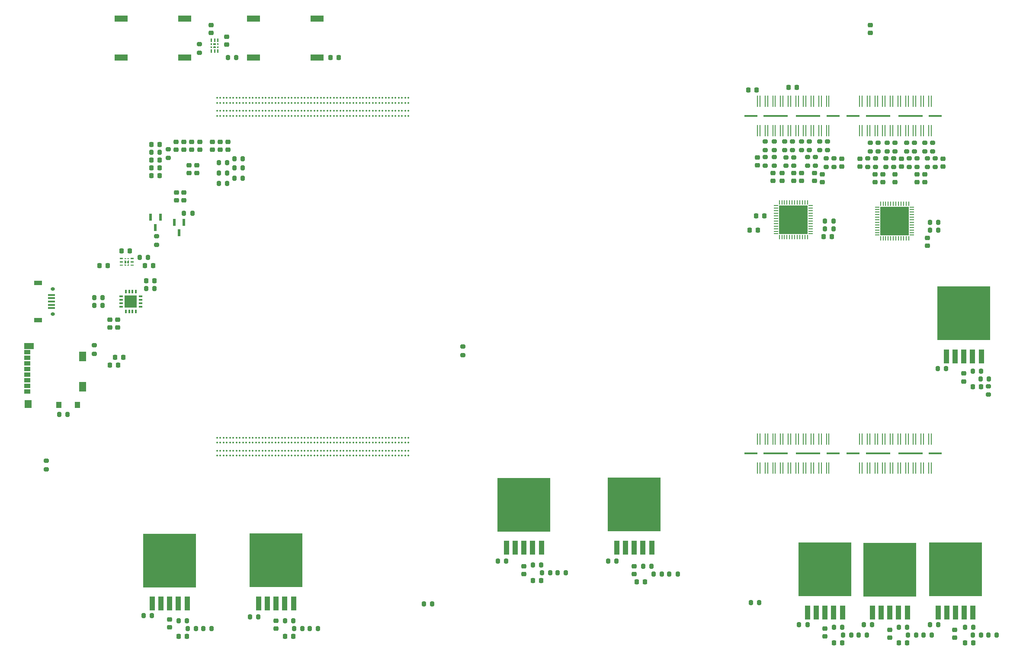
<source format=gtp>
%TF.GenerationSoftware,KiCad,Pcbnew,8.0.5*%
%TF.CreationDate,2025-04-11T15:09:43-05:00*%
%TF.ProjectId,PSEC5_Ctrl_Board,50534543-355f-4437-9472-6c5f426f6172,rev?*%
%TF.SameCoordinates,Original*%
%TF.FileFunction,Paste,Top*%
%TF.FilePolarity,Positive*%
%FSLAX46Y46*%
G04 Gerber Fmt 4.6, Leading zero omitted, Abs format (unit mm)*
G04 Created by KiCad (PCBNEW 8.0.5) date 2025-04-11 15:09:43*
%MOMM*%
%LPD*%
G01*
G04 APERTURE LIST*
G04 Aperture macros list*
%AMRoundRect*
0 Rectangle with rounded corners*
0 $1 Rounding radius*
0 $2 $3 $4 $5 $6 $7 $8 $9 X,Y pos of 4 corners*
0 Add a 4 corners polygon primitive as box body*
4,1,4,$2,$3,$4,$5,$6,$7,$8,$9,$2,$3,0*
0 Add four circle primitives for the rounded corners*
1,1,$1+$1,$2,$3*
1,1,$1+$1,$4,$5*
1,1,$1+$1,$6,$7*
1,1,$1+$1,$8,$9*
0 Add four rect primitives between the rounded corners*
20,1,$1+$1,$2,$3,$4,$5,0*
20,1,$1+$1,$4,$5,$6,$7,0*
20,1,$1+$1,$6,$7,$8,$9,0*
20,1,$1+$1,$8,$9,$2,$3,0*%
G04 Aperture macros list end*
%ADD10C,0.000000*%
%ADD11RoundRect,0.200000X0.275000X-0.200000X0.275000X0.200000X-0.275000X0.200000X-0.275000X-0.200000X0*%
%ADD12RoundRect,0.200000X-0.275000X0.200000X-0.275000X-0.200000X0.275000X-0.200000X0.275000X0.200000X0*%
%ADD13RoundRect,0.225000X-0.225000X-0.250000X0.225000X-0.250000X0.225000X0.250000X-0.225000X0.250000X0*%
%ADD14R,2.500000X1.200000*%
%ADD15RoundRect,0.200000X0.200000X0.275000X-0.200000X0.275000X-0.200000X-0.275000X0.200000X-0.275000X0*%
%ADD16RoundRect,0.225000X-0.250000X0.225000X-0.250000X-0.225000X0.250000X-0.225000X0.250000X0.225000X0*%
%ADD17RoundRect,0.200000X-0.200000X-0.275000X0.200000X-0.275000X0.200000X0.275000X-0.200000X0.275000X0*%
%ADD18RoundRect,0.225000X0.250000X-0.225000X0.250000X0.225000X-0.250000X0.225000X-0.250000X-0.225000X0*%
%ADD19R,1.143000X0.812800*%
%ADD20R,1.041400X1.244600*%
%ADD21R,1.397000X1.600200*%
%ADD22R,1.854200X1.219200*%
%ADD23R,1.397000X1.955800*%
%ADD24RoundRect,0.225000X0.225000X0.250000X-0.225000X0.250000X-0.225000X-0.250000X0.225000X-0.250000X0*%
%ADD25R,1.016000X2.692400*%
%ADD26R,10.414000X10.464800*%
%ADD27R,0.812800X0.254000*%
%ADD28R,0.254000X0.812800*%
%ADD29R,5.638800X5.638800*%
%ADD30R,0.304800X0.762000*%
%ADD31R,0.762000X0.304800*%
%ADD32R,2.489200X2.489200*%
%ADD33C,0.356000*%
%ADD34R,1.346200X0.406400*%
%ADD35O,0.850000X0.650000*%
%ADD36R,1.498600X0.812800*%
%ADD37R,0.558800X1.320800*%
%ADD38R,0.280000X2.270000*%
%ADD39R,2.540000X0.430000*%
%ADD40R,4.700000X0.430000*%
G04 APERTURE END LIST*
D10*
%TO.C,ADC2*%
G36*
X214796700Y-79258300D02*
G01*
X213587000Y-79258300D01*
X213587000Y-78048600D01*
X214796700Y-78048600D01*
X214796700Y-79258300D01*
G37*
G36*
X214796700Y-80668000D02*
G01*
X213587000Y-80668000D01*
X213587000Y-79458300D01*
X214796700Y-79458300D01*
X214796700Y-80668000D01*
G37*
G36*
X214796700Y-82077700D02*
G01*
X213587000Y-82077700D01*
X213587000Y-80868000D01*
X214796700Y-80868000D01*
X214796700Y-82077700D01*
G37*
G36*
X214796700Y-83487400D02*
G01*
X213587000Y-83487400D01*
X213587000Y-82277700D01*
X214796700Y-82277700D01*
X214796700Y-83487400D01*
G37*
G36*
X216206400Y-79258300D02*
G01*
X214996700Y-79258300D01*
X214996700Y-78048600D01*
X216206400Y-78048600D01*
X216206400Y-79258300D01*
G37*
G36*
X216206400Y-80668000D02*
G01*
X214996700Y-80668000D01*
X214996700Y-79458300D01*
X216206400Y-79458300D01*
X216206400Y-80668000D01*
G37*
G36*
X216206400Y-82077700D02*
G01*
X214996700Y-82077700D01*
X214996700Y-80868000D01*
X216206400Y-80868000D01*
X216206400Y-82077700D01*
G37*
G36*
X216206400Y-83487400D02*
G01*
X214996700Y-83487400D01*
X214996700Y-82277700D01*
X216206400Y-82277700D01*
X216206400Y-83487400D01*
G37*
G36*
X217616100Y-79258300D02*
G01*
X216406400Y-79258300D01*
X216406400Y-78048600D01*
X217616100Y-78048600D01*
X217616100Y-79258300D01*
G37*
G36*
X217616100Y-80668000D02*
G01*
X216406400Y-80668000D01*
X216406400Y-79458300D01*
X217616100Y-79458300D01*
X217616100Y-80668000D01*
G37*
G36*
X217616100Y-82077700D02*
G01*
X216406400Y-82077700D01*
X216406400Y-80868000D01*
X217616100Y-80868000D01*
X217616100Y-82077700D01*
G37*
G36*
X217616100Y-83487400D02*
G01*
X216406400Y-83487400D01*
X216406400Y-82277700D01*
X217616100Y-82277700D01*
X217616100Y-83487400D01*
G37*
G36*
X219025800Y-79258300D02*
G01*
X217816100Y-79258300D01*
X217816100Y-78048600D01*
X219025800Y-78048600D01*
X219025800Y-79258300D01*
G37*
G36*
X219025800Y-80668000D02*
G01*
X217816100Y-80668000D01*
X217816100Y-79458300D01*
X219025800Y-79458300D01*
X219025800Y-80668000D01*
G37*
G36*
X219025800Y-82077700D02*
G01*
X217816100Y-82077700D01*
X217816100Y-80868000D01*
X219025800Y-80868000D01*
X219025800Y-82077700D01*
G37*
G36*
X219025800Y-83487400D02*
G01*
X217816100Y-83487400D01*
X217816100Y-82277700D01*
X219025800Y-82277700D01*
X219025800Y-83487400D01*
G37*
%TO.C,U12*%
G36*
X102486999Y-45977000D02*
G01*
X102236999Y-45977000D01*
X102236999Y-45326999D01*
X102486999Y-45326999D01*
X102486999Y-45977000D01*
G37*
G36*
X102486999Y-48077001D02*
G01*
X102236999Y-48077001D01*
X102236999Y-47427000D01*
X102486999Y-47427000D01*
X102486999Y-48077001D01*
G37*
G36*
X103137000Y-45977000D02*
G01*
X102886998Y-45977000D01*
X102886998Y-45326999D01*
X103137000Y-45326999D01*
X103137000Y-45977000D01*
G37*
G36*
X103137000Y-48077001D02*
G01*
X102886998Y-48077001D01*
X102886998Y-47427000D01*
X103137000Y-47427000D01*
X103137000Y-48077001D01*
G37*
G36*
X103786999Y-45977000D02*
G01*
X103536999Y-45977000D01*
X103536999Y-45326999D01*
X103786999Y-45326999D01*
X103786999Y-45977000D01*
G37*
G36*
X103786999Y-48077001D02*
G01*
X103536999Y-48077001D01*
X103536999Y-47427000D01*
X103786999Y-47427000D01*
X103786999Y-48077001D01*
G37*
G36*
X102518299Y-46460579D02*
G01*
X102376878Y-46602000D01*
X102286829Y-46602000D01*
X102286829Y-46268930D01*
X102518299Y-46268930D01*
X102518299Y-46460579D01*
G37*
G36*
X102518299Y-46943421D02*
G01*
X102518299Y-47135070D01*
X102286829Y-47135070D01*
X102286829Y-46802000D01*
X102376878Y-46802000D01*
X102518299Y-46943421D01*
G37*
G36*
X103737169Y-46602000D02*
G01*
X103647120Y-46602000D01*
X103505699Y-46460579D01*
X103505699Y-46268930D01*
X103737169Y-46268930D01*
X103737169Y-46602000D01*
G37*
G36*
X103737169Y-47135070D02*
G01*
X103505699Y-47135070D01*
X103505699Y-46943421D01*
X103647120Y-46802000D01*
X103737169Y-46802000D01*
X103737169Y-47135070D01*
G37*
G36*
X103305699Y-46460579D02*
G01*
X103164278Y-46602000D01*
X102859720Y-46602000D01*
X102718299Y-46460579D01*
X102718299Y-46268930D01*
X103305699Y-46268930D01*
X103305699Y-46460579D01*
G37*
G36*
X103305699Y-46943421D02*
G01*
X103305699Y-47135070D01*
X102718299Y-47135070D01*
X102718299Y-46943421D01*
X102859720Y-46802000D01*
X103164278Y-46802000D01*
X103305699Y-46943421D01*
G37*
%TO.C,U11*%
G36*
X85093000Y-88487001D02*
G01*
X84442999Y-88487001D01*
X84442999Y-88237001D01*
X85093000Y-88237001D01*
X85093000Y-88487001D01*
G37*
G36*
X85093000Y-89137002D02*
G01*
X84442999Y-89137002D01*
X84442999Y-88887000D01*
X85093000Y-88887000D01*
X85093000Y-89137002D01*
G37*
G36*
X85093000Y-89787001D02*
G01*
X84442999Y-89787001D01*
X84442999Y-89537001D01*
X85093000Y-89537001D01*
X85093000Y-89787001D01*
G37*
G36*
X87193001Y-88487001D02*
G01*
X86543000Y-88487001D01*
X86543000Y-88237001D01*
X87193001Y-88237001D01*
X87193001Y-88487001D01*
G37*
G36*
X87193001Y-89137002D02*
G01*
X86543000Y-89137002D01*
X86543000Y-88887000D01*
X87193001Y-88887000D01*
X87193001Y-89137002D01*
G37*
G36*
X87193001Y-89787001D02*
G01*
X86543000Y-89787001D01*
X86543000Y-89537001D01*
X87193001Y-89537001D01*
X87193001Y-89787001D01*
G37*
G36*
X85718000Y-88376880D02*
G01*
X85576579Y-88518301D01*
X85384930Y-88518301D01*
X85384930Y-88286831D01*
X85718000Y-88286831D01*
X85718000Y-88376880D01*
G37*
G36*
X85718000Y-89647122D02*
G01*
X85718000Y-89737171D01*
X85384930Y-89737171D01*
X85384930Y-89505701D01*
X85576579Y-89505701D01*
X85718000Y-89647122D01*
G37*
G36*
X86251070Y-88518301D02*
G01*
X86059421Y-88518301D01*
X85918000Y-88376880D01*
X85918000Y-88286831D01*
X86251070Y-88286831D01*
X86251070Y-88518301D01*
G37*
G36*
X86251070Y-89737171D02*
G01*
X85918000Y-89737171D01*
X85918000Y-89647122D01*
X86059421Y-89505701D01*
X86251070Y-89505701D01*
X86251070Y-89737171D01*
G37*
G36*
X85718000Y-88859722D02*
G01*
X85718000Y-89164280D01*
X85576579Y-89305701D01*
X85384930Y-89305701D01*
X85384930Y-88718301D01*
X85576579Y-88718301D01*
X85718000Y-88859722D01*
G37*
G36*
X86251070Y-89305701D02*
G01*
X86059421Y-89305701D01*
X85918000Y-89164280D01*
X85918000Y-88859722D01*
X86059421Y-88718301D01*
X86251070Y-88718301D01*
X86251070Y-89305701D01*
G37*
%TO.C,ADC1*%
G36*
X234608700Y-79516300D02*
G01*
X233399000Y-79516300D01*
X233399000Y-78306600D01*
X234608700Y-78306600D01*
X234608700Y-79516300D01*
G37*
G36*
X234608700Y-80926000D02*
G01*
X233399000Y-80926000D01*
X233399000Y-79716300D01*
X234608700Y-79716300D01*
X234608700Y-80926000D01*
G37*
G36*
X234608700Y-82335700D02*
G01*
X233399000Y-82335700D01*
X233399000Y-81126000D01*
X234608700Y-81126000D01*
X234608700Y-82335700D01*
G37*
G36*
X234608700Y-83745400D02*
G01*
X233399000Y-83745400D01*
X233399000Y-82535700D01*
X234608700Y-82535700D01*
X234608700Y-83745400D01*
G37*
G36*
X236018400Y-79516300D02*
G01*
X234808700Y-79516300D01*
X234808700Y-78306600D01*
X236018400Y-78306600D01*
X236018400Y-79516300D01*
G37*
G36*
X236018400Y-80926000D02*
G01*
X234808700Y-80926000D01*
X234808700Y-79716300D01*
X236018400Y-79716300D01*
X236018400Y-80926000D01*
G37*
G36*
X236018400Y-82335700D02*
G01*
X234808700Y-82335700D01*
X234808700Y-81126000D01*
X236018400Y-81126000D01*
X236018400Y-82335700D01*
G37*
G36*
X236018400Y-83745400D02*
G01*
X234808700Y-83745400D01*
X234808700Y-82535700D01*
X236018400Y-82535700D01*
X236018400Y-83745400D01*
G37*
G36*
X237428100Y-79516300D02*
G01*
X236218400Y-79516300D01*
X236218400Y-78306600D01*
X237428100Y-78306600D01*
X237428100Y-79516300D01*
G37*
G36*
X237428100Y-80926000D02*
G01*
X236218400Y-80926000D01*
X236218400Y-79716300D01*
X237428100Y-79716300D01*
X237428100Y-80926000D01*
G37*
G36*
X237428100Y-82335700D02*
G01*
X236218400Y-82335700D01*
X236218400Y-81126000D01*
X237428100Y-81126000D01*
X237428100Y-82335700D01*
G37*
G36*
X237428100Y-83745400D02*
G01*
X236218400Y-83745400D01*
X236218400Y-82535700D01*
X237428100Y-82535700D01*
X237428100Y-83745400D01*
G37*
G36*
X238837800Y-79516300D02*
G01*
X237628100Y-79516300D01*
X237628100Y-78306600D01*
X238837800Y-78306600D01*
X238837800Y-79516300D01*
G37*
G36*
X238837800Y-80926000D02*
G01*
X237628100Y-80926000D01*
X237628100Y-79716300D01*
X238837800Y-79716300D01*
X238837800Y-80926000D01*
G37*
G36*
X238837800Y-82335700D02*
G01*
X237628100Y-82335700D01*
X237628100Y-81126000D01*
X238837800Y-81126000D01*
X238837800Y-82335700D01*
G37*
G36*
X238837800Y-83745400D02*
G01*
X237628100Y-83745400D01*
X237628100Y-82535700D01*
X238837800Y-82535700D01*
X238837800Y-83745400D01*
G37*
%TD*%
D11*
%TO.C,R68*%
X70104000Y-129603000D03*
X70104000Y-127953000D03*
%TD*%
D12*
%TO.C,R62*%
X219075000Y-68517000D03*
X219075000Y-70167000D03*
%TD*%
D13*
%TO.C,C5*%
X83553000Y-107696000D03*
X85103000Y-107696000D03*
%TD*%
D14*
%TO.C,SW2*%
X123090000Y-41402000D03*
X110590000Y-41402000D03*
X123090000Y-49022000D03*
X110590000Y-49022000D03*
%TD*%
D15*
%TO.C,R18*%
X244665000Y-81280000D03*
X243015000Y-81280000D03*
%TD*%
D13*
%TO.C,C27*%
X116827000Y-162306000D03*
X118377000Y-162306000D03*
%TD*%
D15*
%TO.C,R83*%
X74231000Y-118872000D03*
X72581000Y-118872000D03*
%TD*%
D16*
%TO.C,C7*%
X214122000Y-71615000D03*
X214122000Y-73165000D03*
%TD*%
D13*
%TO.C,C18*%
X165341000Y-151384000D03*
X166891000Y-151384000D03*
%TD*%
D12*
%TO.C,R72*%
X210820000Y-65469000D03*
X210820000Y-67119000D03*
%TD*%
D17*
%TO.C,R26*%
X106871000Y-70612000D03*
X108521000Y-70612000D03*
%TD*%
D18*
%TO.C,C61*%
X97028000Y-76975000D03*
X97028000Y-75425000D03*
%TD*%
D19*
%TO.C,J6*%
X66360500Y-114357000D03*
X66360500Y-113257000D03*
X66360500Y-112156999D03*
X66360500Y-111056999D03*
X66360500Y-109956999D03*
X66360500Y-108856998D03*
X66360500Y-107757001D03*
X66360500Y-106657000D03*
D20*
X72510500Y-116992001D03*
X76210500Y-116992001D03*
D21*
X66485501Y-116817000D03*
D22*
X66710499Y-105497000D03*
D23*
X77185500Y-107522010D03*
X77185500Y-113492011D03*
%TD*%
D13*
%TO.C,C22*%
X224269000Y-163576000D03*
X225819000Y-163576000D03*
%TD*%
D16*
%TO.C,C66*%
X84074000Y-100330000D03*
X84074000Y-101880000D03*
%TD*%
D24*
%TO.C,C4*%
X187211000Y-151638000D03*
X185661000Y-151638000D03*
%TD*%
D12*
%TO.C,R53*%
X214630000Y-65469000D03*
X214630000Y-67119000D03*
%TD*%
D17*
%TO.C,R76*%
X97028000Y-79502000D03*
X98678000Y-79502000D03*
%TD*%
%TO.C,R28*%
X106871000Y-68834000D03*
X108521000Y-68834000D03*
%TD*%
D13*
%TO.C,C20*%
X236969000Y-163576000D03*
X238519000Y-163576000D03*
%TD*%
D12*
%TO.C,R15*%
X242062000Y-65723000D03*
X242062000Y-67373000D03*
%TD*%
D17*
%TO.C,R42*%
X249873000Y-160528000D03*
X251523000Y-160528000D03*
%TD*%
D12*
%TO.C,R98*%
X212598000Y-68517000D03*
X212598000Y-70167000D03*
%TD*%
%TO.C,R25*%
X236220000Y-65723000D03*
X236220000Y-67373000D03*
%TD*%
D16*
%TO.C,C74*%
X229362000Y-68821000D03*
X229362000Y-70371000D03*
%TD*%
%TO.C,C12*%
X247904000Y-161023000D03*
X247904000Y-162573000D03*
%TD*%
D14*
%TO.C,SW1*%
X97182000Y-41402000D03*
X84682000Y-41402000D03*
X97182000Y-49022000D03*
X84682000Y-49022000D03*
%TD*%
D24*
%TO.C,C109*%
X209309000Y-82804000D03*
X207759000Y-82804000D03*
%TD*%
D25*
%TO.C,LDO4*%
X111658400Y-155854400D03*
X113360200Y-155854400D03*
X115062000Y-155854400D03*
X116763800Y-155854400D03*
X118465600Y-155854400D03*
D26*
X115062000Y-147421600D03*
%TD*%
D12*
%TO.C,R51*%
X217932000Y-65469000D03*
X217932000Y-67119000D03*
%TD*%
D17*
%TO.C,R14*%
X100775000Y-160782000D03*
X102425000Y-160782000D03*
%TD*%
D24*
%TO.C,C46*%
X92228000Y-72136000D03*
X90678000Y-72136000D03*
%TD*%
D18*
%TO.C,C21*%
X105664000Y-67082000D03*
X105664000Y-65532000D03*
%TD*%
D17*
%TO.C,R29*%
X207963000Y-155702000D03*
X209613000Y-155702000D03*
%TD*%
D16*
%TO.C,C3*%
X249682000Y-110870700D03*
X249682000Y-112420700D03*
%TD*%
D27*
%TO.C,ADC2*%
X212902800Y-78018000D03*
X212902800Y-78517999D03*
X212902800Y-79018001D03*
X212902800Y-79518000D03*
X212902800Y-80017999D03*
X212902800Y-80518000D03*
X212902800Y-81018000D03*
X212902800Y-81518001D03*
X212902800Y-82018000D03*
X212902800Y-82517999D03*
X212902800Y-83018001D03*
X212902800Y-83518000D03*
D28*
X213556400Y-84171600D03*
X214056399Y-84171600D03*
X214556401Y-84171600D03*
X215056400Y-84171600D03*
X215556399Y-84171600D03*
X216056400Y-84171600D03*
X216556400Y-84171600D03*
X217056401Y-84171600D03*
X217556400Y-84171600D03*
X218056399Y-84171600D03*
X218556401Y-84171600D03*
X219056400Y-84171600D03*
D27*
X219710000Y-83518000D03*
X219710000Y-83018001D03*
X219710000Y-82517999D03*
X219710000Y-82018000D03*
X219710000Y-81518001D03*
X219710000Y-81018000D03*
X219710000Y-80518000D03*
X219710000Y-80017999D03*
X219710000Y-79518000D03*
X219710000Y-79018001D03*
X219710000Y-78517999D03*
X219710000Y-78018000D03*
D28*
X219056400Y-77364400D03*
X218556401Y-77364400D03*
X218056399Y-77364400D03*
X217556400Y-77364400D03*
X217056401Y-77364400D03*
X216556400Y-77364400D03*
X216056400Y-77364400D03*
X215556399Y-77364400D03*
X215056400Y-77364400D03*
X214556401Y-77364400D03*
X214056399Y-77364400D03*
X213556400Y-77364400D03*
D29*
X216306400Y-80768000D03*
%TD*%
D17*
%TO.C,R38*%
X230061000Y-160020000D03*
X231711000Y-160020000D03*
%TD*%
D18*
%TO.C,C52*%
X100089000Y-67082000D03*
X100089000Y-65532000D03*
%TD*%
D12*
%TO.C,R96*%
X222758000Y-68771000D03*
X222758000Y-70421000D03*
%TD*%
D16*
%TO.C,C15*%
X94234000Y-158991000D03*
X94234000Y-160541000D03*
%TD*%
D13*
%TO.C,R86*%
X215379000Y-54864000D03*
X216929000Y-54864000D03*
%TD*%
D12*
%TO.C,R80*%
X242570000Y-68771000D03*
X242570000Y-70421000D03*
%TD*%
%TO.C,R54*%
X212598000Y-65469000D03*
X212598000Y-67119000D03*
%TD*%
D16*
%TO.C,C111*%
X242570000Y-84315000D03*
X242570000Y-85865000D03*
%TD*%
D17*
%TO.C,R101*%
X252921000Y-111899700D03*
X254571000Y-111899700D03*
%TD*%
%TO.C,R13*%
X95949000Y-159258000D03*
X97599000Y-159258000D03*
%TD*%
D12*
%TO.C,R46*%
X232918000Y-65723000D03*
X232918000Y-67373000D03*
%TD*%
D24*
%TO.C,C96*%
X84087000Y-109220000D03*
X82537000Y-109220000D03*
%TD*%
D17*
%TO.C,R12*%
X89091000Y-158242000D03*
X90741000Y-158242000D03*
%TD*%
D16*
%TO.C,C77*%
X233807000Y-71869000D03*
X233807000Y-73419000D03*
%TD*%
D17*
%TO.C,R103*%
X118555000Y-160782000D03*
X120205000Y-160782000D03*
%TD*%
D12*
%TO.C,R90*%
X239014000Y-68771000D03*
X239014000Y-70421000D03*
%TD*%
D30*
%TO.C,U9*%
X87588999Y-94856300D03*
X86939001Y-94856300D03*
X86288999Y-94856300D03*
X85639001Y-94856300D03*
D31*
X84696300Y-95799001D03*
X84696300Y-96448999D03*
X84696300Y-97099001D03*
X84696300Y-97748999D03*
D30*
X85639001Y-98691700D03*
X86288999Y-98691700D03*
X86939001Y-98691700D03*
X87588999Y-98691700D03*
D31*
X88531700Y-97748999D03*
X88531700Y-97099001D03*
X88531700Y-96448999D03*
X88531700Y-95799001D03*
D32*
X86614000Y-96774000D03*
%TD*%
D13*
%TO.C,C26*%
X95999000Y-162306000D03*
X97549000Y-162306000D03*
%TD*%
D17*
%TO.C,R33*%
X192024000Y-150114000D03*
X193674000Y-150114000D03*
%TD*%
D18*
%TO.C,C63*%
X95530000Y-76975000D03*
X95530000Y-75425000D03*
%TD*%
%TO.C,C49*%
X97028000Y-67069000D03*
X97028000Y-65519000D03*
%TD*%
D24*
%TO.C,C48*%
X92228000Y-70612000D03*
X90678000Y-70612000D03*
%TD*%
D16*
%TO.C,C25*%
X221996000Y-71869000D03*
X221996000Y-73419000D03*
%TD*%
D33*
%TO.C,J10*%
X140975500Y-56924000D03*
X140340500Y-56924000D03*
X139705500Y-56924000D03*
X139070500Y-56924000D03*
X138435500Y-56924000D03*
X137800500Y-56924000D03*
X137165500Y-56924000D03*
X136530500Y-56924000D03*
X135895500Y-56924000D03*
X135260500Y-56924000D03*
X134625500Y-56924000D03*
X133990500Y-56924000D03*
X133355500Y-56924000D03*
X132720500Y-56924000D03*
X132085500Y-56924000D03*
X131450500Y-56924000D03*
X130815500Y-56924000D03*
X130180500Y-56924000D03*
X129545500Y-56924000D03*
X128910500Y-56924000D03*
X128275500Y-56924000D03*
X127640500Y-56924000D03*
X127005500Y-56924000D03*
X126370500Y-56924000D03*
X125735500Y-56924000D03*
X125100500Y-56924000D03*
X124465500Y-56924000D03*
X123830500Y-56924000D03*
X123195500Y-56924000D03*
X122560500Y-56924000D03*
X121925500Y-56924000D03*
X121290500Y-56924000D03*
X120655500Y-56924000D03*
X120020500Y-56924000D03*
X119385500Y-56924000D03*
X118750500Y-56924000D03*
X118115500Y-56924000D03*
X117480500Y-56924000D03*
X116845500Y-56924000D03*
X116210500Y-56924000D03*
X115575500Y-56924000D03*
X114940500Y-56924000D03*
X114305500Y-56924000D03*
X113670500Y-56924000D03*
X113035500Y-56924000D03*
X112400500Y-56924000D03*
X111765500Y-56924000D03*
X111130500Y-56924000D03*
X110495500Y-56924000D03*
X109860500Y-56924000D03*
X109225500Y-56924000D03*
X108590500Y-56924000D03*
X107955500Y-56924000D03*
X107320500Y-56924000D03*
X106685500Y-56924000D03*
X106050500Y-56924000D03*
X105415500Y-56924000D03*
X104780500Y-56924000D03*
X104145500Y-56924000D03*
X103510500Y-56924000D03*
X140975500Y-57884000D03*
X140340500Y-57884000D03*
X139705500Y-57884000D03*
X139070500Y-57884000D03*
X138435500Y-57884000D03*
X137800500Y-57884000D03*
X137165500Y-57884000D03*
X136530500Y-57884000D03*
X135895500Y-57884000D03*
X135260500Y-57884000D03*
X134625500Y-57884000D03*
X133990500Y-57884000D03*
X133355500Y-57884000D03*
X132720500Y-57884000D03*
X132085500Y-57884000D03*
X131450500Y-57884000D03*
X130815500Y-57884000D03*
X130180500Y-57884000D03*
X129545500Y-57884000D03*
X128910500Y-57884000D03*
X128275500Y-57884000D03*
X127640500Y-57884000D03*
X127005500Y-57884000D03*
X126370500Y-57884000D03*
X125735500Y-57884000D03*
X125100500Y-57884000D03*
X124465500Y-57884000D03*
X123830500Y-57884000D03*
X123195500Y-57884000D03*
X122560500Y-57884000D03*
X121925500Y-57884000D03*
X121290500Y-57884000D03*
X120655500Y-57884000D03*
X120020500Y-57884000D03*
X119385500Y-57884000D03*
X118750500Y-57884000D03*
X118115500Y-57884000D03*
X117480500Y-57884000D03*
X116845500Y-57884000D03*
X116210500Y-57884000D03*
X115575500Y-57884000D03*
X114940500Y-57884000D03*
X114305500Y-57884000D03*
X113670500Y-57884000D03*
X113035500Y-57884000D03*
X112400500Y-57884000D03*
X111765500Y-57884000D03*
X111130500Y-57884000D03*
X110495500Y-57884000D03*
X109860500Y-57884000D03*
X109225500Y-57884000D03*
X108590500Y-57884000D03*
X107955500Y-57884000D03*
X107320500Y-57884000D03*
X106685500Y-57884000D03*
X106050500Y-57884000D03*
X105415500Y-57884000D03*
X104780500Y-57884000D03*
X104145500Y-57884000D03*
X103510500Y-57884000D03*
X140975500Y-59464000D03*
X140340500Y-59464000D03*
X139705500Y-59464000D03*
X139070500Y-59464000D03*
X138435500Y-59464000D03*
X137800500Y-59464000D03*
X137165500Y-59464000D03*
X136530500Y-59464000D03*
X135895500Y-59464000D03*
X135260500Y-59464000D03*
X134625500Y-59464000D03*
X133990500Y-59464000D03*
X133355500Y-59464000D03*
X132720500Y-59464000D03*
X132085500Y-59464000D03*
X131450500Y-59464000D03*
X130815500Y-59464000D03*
X130180500Y-59464000D03*
X129545500Y-59464000D03*
X128910500Y-59464000D03*
X128275500Y-59464000D03*
X127640500Y-59464000D03*
X127005500Y-59464000D03*
X126370500Y-59464000D03*
X125735500Y-59464000D03*
X125100500Y-59464000D03*
X124465500Y-59464000D03*
X123830500Y-59464000D03*
X123195500Y-59464000D03*
X122560500Y-59464000D03*
X121925500Y-59464000D03*
X121290500Y-59464000D03*
X120655500Y-59464000D03*
X120020500Y-59464000D03*
X119385500Y-59464000D03*
X118750500Y-59464000D03*
X118115500Y-59464000D03*
X117480500Y-59464000D03*
X116845500Y-59464000D03*
X116210500Y-59464000D03*
X115575500Y-59464000D03*
X114940500Y-59464000D03*
X114305500Y-59464000D03*
X113670500Y-59464000D03*
X113035500Y-59464000D03*
X112400500Y-59464000D03*
X111765500Y-59464000D03*
X111130500Y-59464000D03*
X110495500Y-59464000D03*
X109860500Y-59464000D03*
X109225500Y-59464000D03*
X108590500Y-59464000D03*
X107955500Y-59464000D03*
X107320500Y-59464000D03*
X106685500Y-59464000D03*
X106050500Y-59464000D03*
X105415500Y-59464000D03*
X104780500Y-59464000D03*
X104145500Y-59464000D03*
X103510500Y-59464000D03*
X140975500Y-60424000D03*
X140340500Y-60424000D03*
X139705500Y-60424000D03*
X139070500Y-60424000D03*
X138435500Y-60424000D03*
X137800500Y-60424000D03*
X137165500Y-60424000D03*
X136530500Y-60424000D03*
X135895500Y-60424000D03*
X135260500Y-60424000D03*
X134625500Y-60424000D03*
X133990500Y-60424000D03*
X133355500Y-60424000D03*
X132720500Y-60424000D03*
X132085500Y-60424000D03*
X131450500Y-60424000D03*
X130815500Y-60424000D03*
X130180500Y-60424000D03*
X129545500Y-60424000D03*
X128910500Y-60424000D03*
X128275500Y-60424000D03*
X127640500Y-60424000D03*
X127005500Y-60424000D03*
X126370500Y-60424000D03*
X125735500Y-60424000D03*
X125100500Y-60424000D03*
X124465500Y-60424000D03*
X123830500Y-60424000D03*
X123195500Y-60424000D03*
X122560500Y-60424000D03*
X121925500Y-60424000D03*
X121290500Y-60424000D03*
X120655500Y-60424000D03*
X120020500Y-60424000D03*
X119385500Y-60424000D03*
X118750500Y-60424000D03*
X118115500Y-60424000D03*
X117480500Y-60424000D03*
X116845500Y-60424000D03*
X116210500Y-60424000D03*
X115575500Y-60424000D03*
X114940500Y-60424000D03*
X114305500Y-60424000D03*
X113670500Y-60424000D03*
X113035500Y-60424000D03*
X112400500Y-60424000D03*
X111765500Y-60424000D03*
X111130500Y-60424000D03*
X110495500Y-60424000D03*
X109860500Y-60424000D03*
X109225500Y-60424000D03*
X108590500Y-60424000D03*
X107955500Y-60424000D03*
X107320500Y-60424000D03*
X106685500Y-60424000D03*
X106050500Y-60424000D03*
X105415500Y-60424000D03*
X104780500Y-60424000D03*
X104145500Y-60424000D03*
X103510500Y-60424000D03*
%TD*%
D17*
%TO.C,R36*%
X170117000Y-149860000D03*
X171767000Y-149860000D03*
%TD*%
D16*
%TO.C,C98*%
X245618000Y-68821000D03*
X245618000Y-70371000D03*
%TD*%
D12*
%TO.C,R99*%
X210820000Y-68517000D03*
X210820000Y-70167000D03*
%TD*%
D17*
%TO.C,R107*%
X238697000Y-162052000D03*
X240347000Y-162052000D03*
%TD*%
D15*
%TO.C,R87*%
X81089000Y-97536000D03*
X79439000Y-97536000D03*
%TD*%
D24*
%TO.C,C45*%
X82055000Y-89776300D03*
X80505000Y-89776300D03*
%TD*%
D33*
%TO.C,J5*%
X140975500Y-123444000D03*
X140340500Y-123444000D03*
X139705500Y-123444000D03*
X139070500Y-123444000D03*
X138435500Y-123444000D03*
X137800500Y-123444000D03*
X137165500Y-123444000D03*
X136530500Y-123444000D03*
X135895500Y-123444000D03*
X135260500Y-123444000D03*
X134625500Y-123444000D03*
X133990500Y-123444000D03*
X133355500Y-123444000D03*
X132720500Y-123444000D03*
X132085500Y-123444000D03*
X131450500Y-123444000D03*
X130815500Y-123444000D03*
X130180500Y-123444000D03*
X129545500Y-123444000D03*
X128910500Y-123444000D03*
X128275500Y-123444000D03*
X127640500Y-123444000D03*
X127005500Y-123444000D03*
X126370500Y-123444000D03*
X125735500Y-123444000D03*
X125100500Y-123444000D03*
X124465500Y-123444000D03*
X123830500Y-123444000D03*
X123195500Y-123444000D03*
X122560500Y-123444000D03*
X121925500Y-123444000D03*
X121290500Y-123444000D03*
X120655500Y-123444000D03*
X120020500Y-123444000D03*
X119385500Y-123444000D03*
X118750500Y-123444000D03*
X118115500Y-123444000D03*
X117480500Y-123444000D03*
X116845500Y-123444000D03*
X116210500Y-123444000D03*
X115575500Y-123444000D03*
X114940500Y-123444000D03*
X114305500Y-123444000D03*
X113670500Y-123444000D03*
X113035500Y-123444000D03*
X112400500Y-123444000D03*
X111765500Y-123444000D03*
X111130500Y-123444000D03*
X110495500Y-123444000D03*
X109860500Y-123444000D03*
X109225500Y-123444000D03*
X108590500Y-123444000D03*
X107955500Y-123444000D03*
X107320500Y-123444000D03*
X106685500Y-123444000D03*
X106050500Y-123444000D03*
X105415500Y-123444000D03*
X104780500Y-123444000D03*
X104145500Y-123444000D03*
X103510500Y-123444000D03*
X140975500Y-124404000D03*
X140340500Y-124404000D03*
X139705500Y-124404000D03*
X139070500Y-124404000D03*
X138435500Y-124404000D03*
X137800500Y-124404000D03*
X137165500Y-124404000D03*
X136530500Y-124404000D03*
X135895500Y-124404000D03*
X135260500Y-124404000D03*
X134625500Y-124404000D03*
X133990500Y-124404000D03*
X133355500Y-124404000D03*
X132720500Y-124404000D03*
X132085500Y-124404000D03*
X131450500Y-124404000D03*
X130815500Y-124404000D03*
X130180500Y-124404000D03*
X129545500Y-124404000D03*
X128910500Y-124404000D03*
X128275500Y-124404000D03*
X127640500Y-124404000D03*
X127005500Y-124404000D03*
X126370500Y-124404000D03*
X125735500Y-124404000D03*
X125100500Y-124404000D03*
X124465500Y-124404000D03*
X123830500Y-124404000D03*
X123195500Y-124404000D03*
X122560500Y-124404000D03*
X121925500Y-124404000D03*
X121290500Y-124404000D03*
X120655500Y-124404000D03*
X120020500Y-124404000D03*
X119385500Y-124404000D03*
X118750500Y-124404000D03*
X118115500Y-124404000D03*
X117480500Y-124404000D03*
X116845500Y-124404000D03*
X116210500Y-124404000D03*
X115575500Y-124404000D03*
X114940500Y-124404000D03*
X114305500Y-124404000D03*
X113670500Y-124404000D03*
X113035500Y-124404000D03*
X112400500Y-124404000D03*
X111765500Y-124404000D03*
X111130500Y-124404000D03*
X110495500Y-124404000D03*
X109860500Y-124404000D03*
X109225500Y-124404000D03*
X108590500Y-124404000D03*
X107955500Y-124404000D03*
X107320500Y-124404000D03*
X106685500Y-124404000D03*
X106050500Y-124404000D03*
X105415500Y-124404000D03*
X104780500Y-124404000D03*
X104145500Y-124404000D03*
X103510500Y-124404000D03*
X140975500Y-125984000D03*
X140340500Y-125984000D03*
X139705500Y-125984000D03*
X139070500Y-125984000D03*
X138435500Y-125984000D03*
X137800500Y-125984000D03*
X137165500Y-125984000D03*
X136530500Y-125984000D03*
X135895500Y-125984000D03*
X135260500Y-125984000D03*
X134625500Y-125984000D03*
X133990500Y-125984000D03*
X133355500Y-125984000D03*
X132720500Y-125984000D03*
X132085500Y-125984000D03*
X131450500Y-125984000D03*
X130815500Y-125984000D03*
X130180500Y-125984000D03*
X129545500Y-125984000D03*
X128910500Y-125984000D03*
X128275500Y-125984000D03*
X127640500Y-125984000D03*
X127005500Y-125984000D03*
X126370500Y-125984000D03*
X125735500Y-125984000D03*
X125100500Y-125984000D03*
X124465500Y-125984000D03*
X123830500Y-125984000D03*
X123195500Y-125984000D03*
X122560500Y-125984000D03*
X121925500Y-125984000D03*
X121290500Y-125984000D03*
X120655500Y-125984000D03*
X120020500Y-125984000D03*
X119385500Y-125984000D03*
X118750500Y-125984000D03*
X118115500Y-125984000D03*
X117480500Y-125984000D03*
X116845500Y-125984000D03*
X116210500Y-125984000D03*
X115575500Y-125984000D03*
X114940500Y-125984000D03*
X114305500Y-125984000D03*
X113670500Y-125984000D03*
X113035500Y-125984000D03*
X112400500Y-125984000D03*
X111765500Y-125984000D03*
X111130500Y-125984000D03*
X110495500Y-125984000D03*
X109860500Y-125984000D03*
X109225500Y-125984000D03*
X108590500Y-125984000D03*
X107955500Y-125984000D03*
X107320500Y-125984000D03*
X106685500Y-125984000D03*
X106050500Y-125984000D03*
X105415500Y-125984000D03*
X104780500Y-125984000D03*
X104145500Y-125984000D03*
X103510500Y-125984000D03*
X140975500Y-126944000D03*
X140340500Y-126944000D03*
X139705500Y-126944000D03*
X139070500Y-126944000D03*
X138435500Y-126944000D03*
X137800500Y-126944000D03*
X137165500Y-126944000D03*
X136530500Y-126944000D03*
X135895500Y-126944000D03*
X135260500Y-126944000D03*
X134625500Y-126944000D03*
X133990500Y-126944000D03*
X133355500Y-126944000D03*
X132720500Y-126944000D03*
X132085500Y-126944000D03*
X131450500Y-126944000D03*
X130815500Y-126944000D03*
X130180500Y-126944000D03*
X129545500Y-126944000D03*
X128910500Y-126944000D03*
X128275500Y-126944000D03*
X127640500Y-126944000D03*
X127005500Y-126944000D03*
X126370500Y-126944000D03*
X125735500Y-126944000D03*
X125100500Y-126944000D03*
X124465500Y-126944000D03*
X123830500Y-126944000D03*
X123195500Y-126944000D03*
X122560500Y-126944000D03*
X121925500Y-126944000D03*
X121290500Y-126944000D03*
X120655500Y-126944000D03*
X120020500Y-126944000D03*
X119385500Y-126944000D03*
X118750500Y-126944000D03*
X118115500Y-126944000D03*
X117480500Y-126944000D03*
X116845500Y-126944000D03*
X116210500Y-126944000D03*
X115575500Y-126944000D03*
X114940500Y-126944000D03*
X114305500Y-126944000D03*
X113670500Y-126944000D03*
X113035500Y-126944000D03*
X112400500Y-126944000D03*
X111765500Y-126944000D03*
X111130500Y-126944000D03*
X110495500Y-126944000D03*
X109860500Y-126944000D03*
X109225500Y-126944000D03*
X108590500Y-126944000D03*
X107955500Y-126944000D03*
X107320500Y-126944000D03*
X106685500Y-126944000D03*
X106050500Y-126944000D03*
X105415500Y-126944000D03*
X104780500Y-126944000D03*
X104145500Y-126944000D03*
X103510500Y-126944000D03*
%TD*%
D17*
%TO.C,R41*%
X243015000Y-160020000D03*
X244665000Y-160020000D03*
%TD*%
D15*
%TO.C,R20*%
X224154000Y-82550000D03*
X222504000Y-82550000D03*
%TD*%
D12*
%TO.C,R93*%
X230886000Y-68771000D03*
X230886000Y-70421000D03*
%TD*%
%TO.C,R92*%
X232410000Y-68771000D03*
X232410000Y-70421000D03*
%TD*%
D16*
%TO.C,C14*%
X115062000Y-159245000D03*
X115062000Y-160795000D03*
%TD*%
D18*
%TO.C,C119*%
X102616000Y-67082000D03*
X102616000Y-65532000D03*
%TD*%
D16*
%TO.C,C80*%
X236220000Y-71869000D03*
X236220000Y-73419000D03*
%TD*%
D25*
%TO.C,LDO9*%
X244627400Y-157657800D03*
X246329200Y-157657800D03*
X248031000Y-157657800D03*
X249732800Y-157657800D03*
X251434600Y-157657800D03*
D26*
X248031000Y-149225000D03*
%TD*%
D11*
%TO.C,R22*%
X93980000Y-68643000D03*
X93980000Y-66993000D03*
%TD*%
D17*
%TO.C,R45*%
X251397000Y-110375700D03*
X253047000Y-110375700D03*
%TD*%
%TO.C,R39*%
X236919000Y-160528000D03*
X238569000Y-160528000D03*
%TD*%
D16*
%TO.C,C9*%
X216408000Y-71628000D03*
X216408000Y-73178000D03*
%TD*%
D25*
%TO.C,LDO8*%
X160172400Y-144970500D03*
X161874200Y-144970500D03*
X163576000Y-144970500D03*
X165277800Y-144970500D03*
X166979600Y-144970500D03*
D26*
X163576000Y-136537700D03*
%TD*%
D16*
%TO.C,C13*%
X235204000Y-161023000D03*
X235204000Y-162573000D03*
%TD*%
%TO.C,C72*%
X105410000Y-44945000D03*
X105410000Y-46495000D03*
%TD*%
D17*
%TO.C,R44*%
X244539000Y-109867700D03*
X246189000Y-109867700D03*
%TD*%
D16*
%TO.C,C93*%
X240538000Y-71882000D03*
X240538000Y-73432000D03*
%TD*%
D34*
%TO.C,J14*%
X71105097Y-95474000D03*
X71105097Y-96124001D03*
X71105097Y-96774000D03*
X71105097Y-97423999D03*
X71105097Y-98074000D03*
D35*
X71379417Y-94348998D03*
X71379417Y-99199002D03*
D36*
X68430096Y-93174000D03*
X68430096Y-100374000D03*
%TD*%
D17*
%TO.C,R59*%
X217424000Y-160020000D03*
X219074000Y-160020000D03*
%TD*%
D37*
%TO.C,Q8*%
X92390001Y-80264000D03*
X90489999Y-80264000D03*
X91440000Y-82296000D03*
%TD*%
D17*
%TO.C,R40*%
X241745000Y-162052000D03*
X243395000Y-162052000D03*
%TD*%
D12*
%TO.C,R55*%
X254508000Y-113360700D03*
X254508000Y-115010700D03*
%TD*%
D17*
%TO.C,R27*%
X103823000Y-69596000D03*
X105473000Y-69596000D03*
%TD*%
%TO.C,R34*%
X186881000Y-148590000D03*
X188531000Y-148590000D03*
%TD*%
%TO.C,R2*%
X109919000Y-158496000D03*
X111569000Y-158496000D03*
%TD*%
D12*
%TO.C,R97*%
X220599000Y-68517000D03*
X220599000Y-70167000D03*
%TD*%
D18*
%TO.C,C67*%
X102362000Y-44209000D03*
X102362000Y-42659000D03*
%TD*%
D12*
%TO.C,R16*%
X240030000Y-65723000D03*
X240030000Y-67373000D03*
%TD*%
D17*
%TO.C,R35*%
X158433000Y-147574000D03*
X160083000Y-147574000D03*
%TD*%
D15*
%TO.C,R8*%
X145605000Y-155956000D03*
X143955000Y-155956000D03*
%TD*%
D17*
%TO.C,R102*%
X97727000Y-160782000D03*
X99377000Y-160782000D03*
%TD*%
%TO.C,R104*%
X188913000Y-150114000D03*
X190563000Y-150114000D03*
%TD*%
D12*
%TO.C,R63*%
X216408000Y-68580000D03*
X216408000Y-70230000D03*
%TD*%
D16*
%TO.C,C97*%
X242062000Y-71869000D03*
X242062000Y-73419000D03*
%TD*%
D17*
%TO.C,R82*%
X225997000Y-162052000D03*
X227647000Y-162052000D03*
%TD*%
%TO.C,R23*%
X103823000Y-73660000D03*
X105473000Y-73660000D03*
%TD*%
D16*
%TO.C,C8*%
X185166000Y-148577000D03*
X185166000Y-150127000D03*
%TD*%
%TO.C,C59*%
X99568000Y-70091000D03*
X99568000Y-71641000D03*
%TD*%
%TO.C,C2*%
X222504000Y-160769000D03*
X222504000Y-162319000D03*
%TD*%
%TO.C,C68*%
X82550000Y-100317000D03*
X82550000Y-101867000D03*
%TD*%
D13*
%TO.C,C42*%
X84823000Y-86868000D03*
X86373000Y-86868000D03*
%TD*%
D38*
%TO.C,J2*%
X243275000Y-57582000D03*
X243275000Y-63322000D03*
X242775000Y-57582000D03*
X242775000Y-63322000D03*
X241775000Y-57582000D03*
X241775000Y-63322000D03*
X241275000Y-57582000D03*
X241275000Y-63322000D03*
X240275000Y-57582000D03*
X240275000Y-63322000D03*
X239775000Y-57582000D03*
X239775000Y-63322000D03*
X238775000Y-57582000D03*
X238775000Y-63322000D03*
X238275000Y-57582000D03*
X238275000Y-63322000D03*
X237275000Y-57582000D03*
X237275000Y-63322000D03*
X236775000Y-57582000D03*
X236775000Y-63322000D03*
X235775000Y-57582000D03*
X235775000Y-63322000D03*
X235275000Y-57582000D03*
X235275000Y-63322000D03*
X234275000Y-57582000D03*
X234275000Y-63322000D03*
X233775000Y-57582000D03*
X233775000Y-63322000D03*
X232775000Y-57582000D03*
X232775000Y-63322000D03*
X232275000Y-57582000D03*
X232275000Y-63322000D03*
X231275000Y-57582000D03*
X231275000Y-63322000D03*
X230775000Y-57582000D03*
X230775000Y-63322000D03*
X229775000Y-57582000D03*
X229775000Y-63322000D03*
X229275000Y-57582000D03*
X229275000Y-63322000D03*
X223275000Y-57582000D03*
X223275000Y-63322000D03*
X222775000Y-57582000D03*
X222775000Y-63322000D03*
X221775000Y-57582000D03*
X221775000Y-63322000D03*
X221275000Y-57582000D03*
X221275000Y-63322000D03*
X220275000Y-57582000D03*
X220275000Y-63322000D03*
X219775000Y-57582000D03*
X219775000Y-63322000D03*
X218775000Y-57582000D03*
X218775000Y-63322000D03*
X218275000Y-57582000D03*
X218275000Y-63322000D03*
X217275000Y-57582000D03*
X217275000Y-63322000D03*
X216775000Y-57582000D03*
X216775000Y-63322000D03*
X215775000Y-57582000D03*
X215775000Y-63322000D03*
X215275000Y-57582000D03*
X215275000Y-63322000D03*
X214275000Y-57582000D03*
X214275000Y-63322000D03*
X213775000Y-57582000D03*
X213775000Y-63322000D03*
X212775000Y-57582000D03*
X212775000Y-63322000D03*
X212275000Y-57582000D03*
X212275000Y-63322000D03*
X211275000Y-57582000D03*
X211275000Y-63322000D03*
X210775000Y-57582000D03*
X210775000Y-63322000D03*
X209775000Y-57582000D03*
X209775000Y-63322000D03*
X209275000Y-57582000D03*
X209275000Y-63322000D03*
D39*
X244095000Y-60452000D03*
D40*
X239205000Y-60452000D03*
X232855000Y-60452000D03*
D39*
X227965000Y-60452000D03*
X224085000Y-60452000D03*
D40*
X219195000Y-60452000D03*
X212845000Y-60452000D03*
D39*
X207955000Y-60452000D03*
%TD*%
D15*
%TO.C,L3*%
X92265000Y-67564000D03*
X90615000Y-67564000D03*
%TD*%
D24*
%TO.C,C92*%
X209055000Y-55372000D03*
X207505000Y-55372000D03*
%TD*%
D17*
%TO.C,R11*%
X121603000Y-160782000D03*
X123253000Y-160782000D03*
%TD*%
D11*
%TO.C,R85*%
X79502000Y-106997000D03*
X79502000Y-105347000D03*
%TD*%
D12*
%TO.C,R49*%
X221488000Y-65469000D03*
X221488000Y-67119000D03*
%TD*%
D25*
%TO.C,LDO7*%
X181762400Y-144957800D03*
X183464200Y-144957800D03*
X185166000Y-144957800D03*
X186867800Y-144957800D03*
X188569600Y-144957800D03*
D26*
X185166000Y-136525000D03*
%TD*%
D12*
%TO.C,R74*%
X91628001Y-84011000D03*
X91628001Y-85661000D03*
%TD*%
D16*
%TO.C,C76*%
X232283000Y-71869000D03*
X232283000Y-73419000D03*
%TD*%
%TO.C,C81*%
X237490000Y-68821000D03*
X237490000Y-70371000D03*
%TD*%
D12*
%TO.C,R77*%
X244094000Y-68771000D03*
X244094000Y-70421000D03*
%TD*%
D17*
%TO.C,R60*%
X224219000Y-160528000D03*
X225869000Y-160528000D03*
%TD*%
D25*
%TO.C,LDO10*%
X231800400Y-157670500D03*
X233502200Y-157670500D03*
X235204000Y-157670500D03*
X236905800Y-157670500D03*
X238607600Y-157670500D03*
D26*
X235204000Y-149237700D03*
%TD*%
D17*
%TO.C,R24*%
X106871000Y-72644000D03*
X108521000Y-72644000D03*
%TD*%
D15*
%TO.C,R31*%
X81089000Y-96012000D03*
X79439000Y-96012000D03*
%TD*%
D12*
%TO.C,R91*%
X234442000Y-68771000D03*
X234442000Y-70421000D03*
%TD*%
D15*
%TO.C,R65*%
X89979000Y-88138000D03*
X88329000Y-88138000D03*
%TD*%
D12*
%TO.C,R94*%
X224282000Y-68771000D03*
X224282000Y-70421000D03*
%TD*%
D13*
%TO.C,C47*%
X125717000Y-49022000D03*
X127267000Y-49022000D03*
%TD*%
%TO.C,C115*%
X222237000Y-84074000D03*
X223787000Y-84074000D03*
%TD*%
D25*
%TO.C,LDO1*%
X219100400Y-157632400D03*
X220802200Y-157632400D03*
X222504000Y-157632400D03*
X224205800Y-157632400D03*
X225907600Y-157632400D03*
D26*
X222504000Y-149199600D03*
%TD*%
D17*
%TO.C,R106*%
X251397000Y-162052000D03*
X253047000Y-162052000D03*
%TD*%
%TO.C,R78*%
X103823000Y-71628000D03*
X105473000Y-71628000D03*
%TD*%
D13*
%TO.C,C65*%
X89649000Y-92710000D03*
X91199000Y-92710000D03*
%TD*%
D12*
%TO.C,R69*%
X100076000Y-46419000D03*
X100076000Y-48069000D03*
%TD*%
D16*
%TO.C,C28*%
X225806000Y-68821000D03*
X225806000Y-70371000D03*
%TD*%
%TO.C,C58*%
X98044000Y-70091000D03*
X98044000Y-71641000D03*
%TD*%
D15*
%TO.C,R21*%
X224154000Y-81026000D03*
X222504000Y-81026000D03*
%TD*%
D38*
%TO.C,J4*%
X243275000Y-123662000D03*
X243275000Y-129402000D03*
X242775000Y-123662000D03*
X242775000Y-129402000D03*
X241775000Y-123662000D03*
X241775000Y-129402000D03*
X241275000Y-123662000D03*
X241275000Y-129402000D03*
X240275000Y-123662000D03*
X240275000Y-129402000D03*
X239775000Y-123662000D03*
X239775000Y-129402000D03*
X238775000Y-123662000D03*
X238775000Y-129402000D03*
X238275000Y-123662000D03*
X238275000Y-129402000D03*
X237275000Y-123662000D03*
X237275000Y-129402000D03*
X236775000Y-123662000D03*
X236775000Y-129402000D03*
X235775000Y-123662000D03*
X235775000Y-129402000D03*
X235275000Y-123662000D03*
X235275000Y-129402000D03*
X234275000Y-123662000D03*
X234275000Y-129402000D03*
X233775000Y-123662000D03*
X233775000Y-129402000D03*
X232775000Y-123662000D03*
X232775000Y-129402000D03*
X232275000Y-123662000D03*
X232275000Y-129402000D03*
X231275000Y-123662000D03*
X231275000Y-129402000D03*
X230775000Y-123662000D03*
X230775000Y-129402000D03*
X229775000Y-123662000D03*
X229775000Y-129402000D03*
X229275000Y-123662000D03*
X229275000Y-129402000D03*
X223275000Y-123662000D03*
X223275000Y-129402000D03*
X222775000Y-123662000D03*
X222775000Y-129402000D03*
X221775000Y-123662000D03*
X221775000Y-129402000D03*
X221275000Y-123662000D03*
X221275000Y-129402000D03*
X220275000Y-123662000D03*
X220275000Y-129402000D03*
X219775000Y-123662000D03*
X219775000Y-129402000D03*
X218775000Y-123662000D03*
X218775000Y-129402000D03*
X218275000Y-123662000D03*
X218275000Y-129402000D03*
X217275000Y-123662000D03*
X217275000Y-129402000D03*
X216775000Y-123662000D03*
X216775000Y-129402000D03*
X215775000Y-123662000D03*
X215775000Y-129402000D03*
X215275000Y-123662000D03*
X215275000Y-129402000D03*
X214275000Y-123662000D03*
X214275000Y-129402000D03*
X213775000Y-123662000D03*
X213775000Y-129402000D03*
X212775000Y-123662000D03*
X212775000Y-129402000D03*
X212275000Y-123662000D03*
X212275000Y-129402000D03*
X211275000Y-123662000D03*
X211275000Y-129402000D03*
X210775000Y-123662000D03*
X210775000Y-129402000D03*
X209775000Y-123662000D03*
X209775000Y-129402000D03*
X209275000Y-123662000D03*
X209275000Y-129402000D03*
D39*
X244095000Y-126532000D03*
D40*
X239205000Y-126532000D03*
X232855000Y-126532000D03*
D39*
X227965000Y-126532000D03*
X224085000Y-126532000D03*
D40*
X219195000Y-126532000D03*
X212845000Y-126532000D03*
D39*
X207955000Y-126532000D03*
%TD*%
D17*
%TO.C,R105*%
X167069000Y-149860000D03*
X168719000Y-149860000D03*
%TD*%
D16*
%TO.C,C10*%
X163576000Y-148577000D03*
X163576000Y-150127000D03*
%TD*%
D12*
%TO.C,R95*%
X235966000Y-68771000D03*
X235966000Y-70421000D03*
%TD*%
D25*
%TO.C,LDO2*%
X246278400Y-107505500D03*
X247980200Y-107505500D03*
X249682000Y-107505500D03*
X251383800Y-107505500D03*
X253085600Y-107505500D03*
D26*
X249682000Y-99072700D03*
%TD*%
D24*
%TO.C,C110*%
X210579000Y-80010000D03*
X209029000Y-80010000D03*
%TD*%
D13*
%TO.C,C17*%
X90665000Y-66040000D03*
X92215000Y-66040000D03*
%TD*%
D16*
%TO.C,C11*%
X217932000Y-71615000D03*
X217932000Y-73165000D03*
%TD*%
D12*
%TO.C,R48*%
X223012000Y-65469000D03*
X223012000Y-67119000D03*
%TD*%
%TO.C,R9*%
X243586000Y-65723000D03*
X243586000Y-67373000D03*
%TD*%
%TO.C,R47*%
X231394000Y-65723000D03*
X231394000Y-67373000D03*
%TD*%
D17*
%TO.C,R61*%
X229045000Y-162052000D03*
X230695000Y-162052000D03*
%TD*%
D18*
%TO.C,C106*%
X95504000Y-67069000D03*
X95504000Y-65519000D03*
%TD*%
D25*
%TO.C,LDO5*%
X90830400Y-155892500D03*
X92532200Y-155892500D03*
X94234000Y-155892500D03*
X95935800Y-155892500D03*
X97637600Y-155892500D03*
D26*
X94234000Y-147459700D03*
%TD*%
D12*
%TO.C,R52*%
X216154000Y-65469000D03*
X216154000Y-67119000D03*
%TD*%
D16*
%TO.C,C1*%
X209296000Y-68567000D03*
X209296000Y-70117000D03*
%TD*%
D18*
%TO.C,C51*%
X98552000Y-67069000D03*
X98552000Y-65519000D03*
%TD*%
D15*
%TO.C,R67*%
X107251000Y-49022000D03*
X105601000Y-49022000D03*
%TD*%
D16*
%TO.C,C16*%
X220472000Y-71615000D03*
X220472000Y-73165000D03*
%TD*%
D12*
%TO.C,R89*%
X240538000Y-68771000D03*
X240538000Y-70421000D03*
%TD*%
D24*
%TO.C,C50*%
X92215000Y-69088000D03*
X90665000Y-69088000D03*
%TD*%
D16*
%TO.C,C6*%
X212344000Y-71628000D03*
X212344000Y-73178000D03*
%TD*%
D13*
%TO.C,C44*%
X89395000Y-89776300D03*
X90945000Y-89776300D03*
%TD*%
D12*
%TO.C,R64*%
X214884000Y-68580000D03*
X214884000Y-70230000D03*
%TD*%
%TO.C,R30*%
X234696000Y-65723000D03*
X234696000Y-67373000D03*
%TD*%
D18*
%TO.C,R88*%
X231394000Y-44209000D03*
X231394000Y-42659000D03*
%TD*%
D12*
%TO.C,R17*%
X238506000Y-65723000D03*
X238506000Y-67373000D03*
%TD*%
D17*
%TO.C,R10*%
X116777000Y-159258000D03*
X118427000Y-159258000D03*
%TD*%
D12*
%TO.C,R50*%
X219456000Y-65469000D03*
X219456000Y-67119000D03*
%TD*%
D13*
%TO.C,C19*%
X249923000Y-163576000D03*
X251473000Y-163576000D03*
%TD*%
D17*
%TO.C,R32*%
X180023000Y-147574000D03*
X181673000Y-147574000D03*
%TD*%
D27*
%TO.C,ADC1*%
X232714800Y-78276000D03*
X232714800Y-78775999D03*
X232714800Y-79276001D03*
X232714800Y-79776000D03*
X232714800Y-80275999D03*
X232714800Y-80776000D03*
X232714800Y-81276000D03*
X232714800Y-81776001D03*
X232714800Y-82276000D03*
X232714800Y-82775999D03*
X232714800Y-83276001D03*
X232714800Y-83776000D03*
D28*
X233368400Y-84429600D03*
X233868399Y-84429600D03*
X234368401Y-84429600D03*
X234868400Y-84429600D03*
X235368399Y-84429600D03*
X235868400Y-84429600D03*
X236368400Y-84429600D03*
X236868401Y-84429600D03*
X237368400Y-84429600D03*
X237868399Y-84429600D03*
X238368401Y-84429600D03*
X238868400Y-84429600D03*
D27*
X239522000Y-83776000D03*
X239522000Y-83276001D03*
X239522000Y-82775999D03*
X239522000Y-82276000D03*
X239522000Y-81776001D03*
X239522000Y-81276000D03*
X239522000Y-80776000D03*
X239522000Y-80275999D03*
X239522000Y-79776000D03*
X239522000Y-79276001D03*
X239522000Y-78775999D03*
X239522000Y-78276000D03*
D28*
X238868400Y-77622400D03*
X238368401Y-77622400D03*
X237868399Y-77622400D03*
X237368400Y-77622400D03*
X236868401Y-77622400D03*
X236368400Y-77622400D03*
X235868400Y-77622400D03*
X235368399Y-77622400D03*
X234868400Y-77622400D03*
X234368401Y-77622400D03*
X233868399Y-77622400D03*
X233368400Y-77622400D03*
D29*
X236118400Y-81026000D03*
%TD*%
D15*
%TO.C,R19*%
X244665000Y-82804000D03*
X243015000Y-82804000D03*
%TD*%
D11*
%TO.C,R79*%
X151638000Y-107251000D03*
X151638000Y-105601000D03*
%TD*%
D18*
%TO.C,C118*%
X104140000Y-67082000D03*
X104140000Y-65532000D03*
%TD*%
D15*
%TO.C,R81*%
X91249000Y-94234000D03*
X89599000Y-94234000D03*
%TD*%
D17*
%TO.C,R37*%
X165291000Y-148336000D03*
X166941000Y-148336000D03*
%TD*%
D37*
%TO.C,Q6*%
X97025001Y-81280000D03*
X95124999Y-81280000D03*
X96075000Y-83312000D03*
%TD*%
D17*
%TO.C,R43*%
X254445000Y-162052000D03*
X256095000Y-162052000D03*
%TD*%
D13*
%TO.C,C23*%
X251447000Y-113423700D03*
X252997000Y-113423700D03*
%TD*%
M02*

</source>
